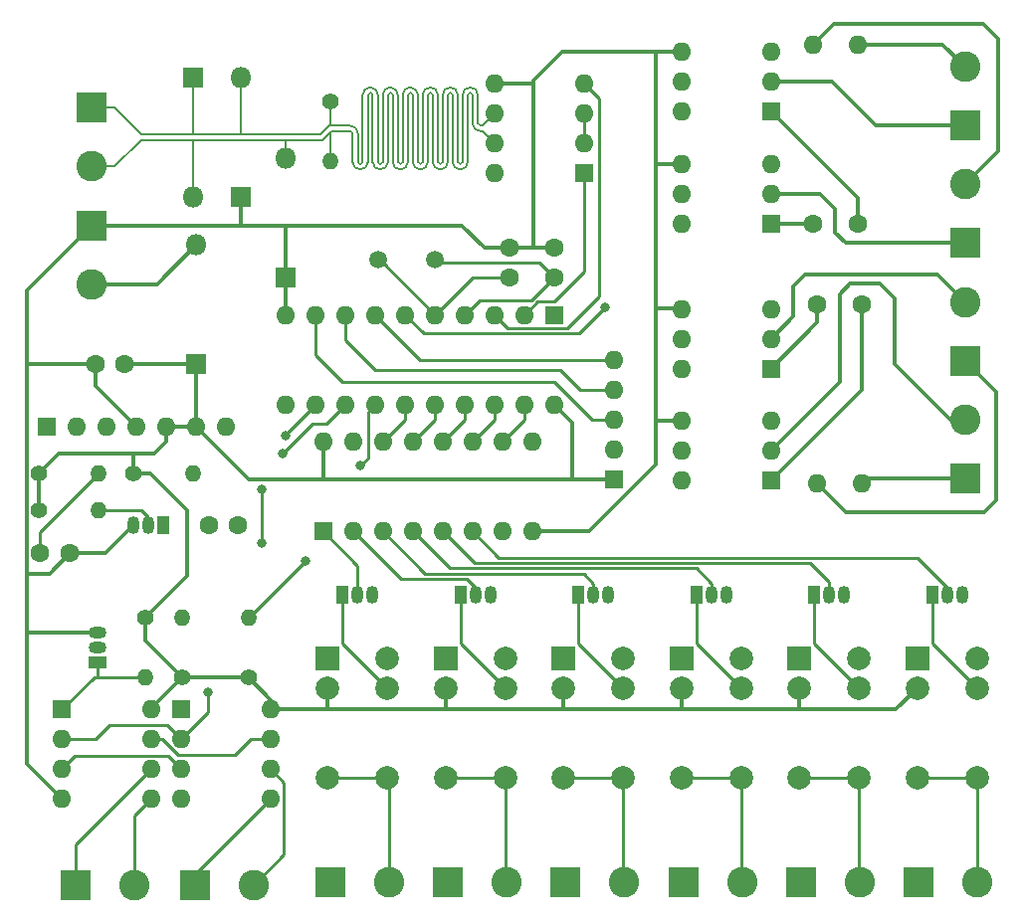
<source format=gbr>
%TF.GenerationSoftware,KiCad,Pcbnew,6.0.7*%
%TF.CreationDate,2022-09-29T13:58:53+02:00*%
%TF.ProjectId,HP_device,48505f64-6576-4696-9365-2e6b69636164,rev?*%
%TF.SameCoordinates,Original*%
%TF.FileFunction,Copper,L2,Bot*%
%TF.FilePolarity,Positive*%
%FSLAX46Y46*%
G04 Gerber Fmt 4.6, Leading zero omitted, Abs format (unit mm)*
G04 Created by KiCad (PCBNEW 6.0.7) date 2022-09-29 13:58:53*
%MOMM*%
%LPD*%
G01*
G04 APERTURE LIST*
%TA.AperFunction,ComponentPad*%
%ADD10R,1.600000X1.600000*%
%TD*%
%TA.AperFunction,ComponentPad*%
%ADD11O,1.600000X1.600000*%
%TD*%
%TA.AperFunction,ComponentPad*%
%ADD12C,1.600000*%
%TD*%
%TA.AperFunction,ComponentPad*%
%ADD13O,1.800000X1.800000*%
%TD*%
%TA.AperFunction,ComponentPad*%
%ADD14R,1.800000X1.800000*%
%TD*%
%TA.AperFunction,ComponentPad*%
%ADD15C,2.600000*%
%TD*%
%TA.AperFunction,ComponentPad*%
%ADD16R,2.600000X2.600000*%
%TD*%
%TA.AperFunction,ComponentPad*%
%ADD17O,1.400000X1.400000*%
%TD*%
%TA.AperFunction,ComponentPad*%
%ADD18C,1.400000*%
%TD*%
%TA.AperFunction,ComponentPad*%
%ADD19R,2.000000X2.000000*%
%TD*%
%TA.AperFunction,ComponentPad*%
%ADD20C,2.000000*%
%TD*%
%TA.AperFunction,ComponentPad*%
%ADD21R,1.500000X1.050000*%
%TD*%
%TA.AperFunction,ComponentPad*%
%ADD22O,1.500000X1.050000*%
%TD*%
%TA.AperFunction,ComponentPad*%
%ADD23O,1.050000X1.500000*%
%TD*%
%TA.AperFunction,ComponentPad*%
%ADD24R,1.050000X1.500000*%
%TD*%
%TA.AperFunction,ComponentPad*%
%ADD25C,1.500000*%
%TD*%
%TA.AperFunction,ViaPad*%
%ADD26C,0.800000*%
%TD*%
%TA.AperFunction,Conductor*%
%ADD27C,0.350000*%
%TD*%
%TA.AperFunction,Conductor*%
%ADD28C,0.250000*%
%TD*%
%TA.AperFunction,Conductor*%
%ADD29C,0.200000*%
%TD*%
G04 APERTURE END LIST*
D10*
%TO.P,U7,1*%
%TO.N,Net-(R3-Pad1)*%
X89535000Y-61722000D03*
D11*
%TO.P,U7,2*%
%TO.N,Net-(U7-Pad2)*%
X89535000Y-59182000D03*
%TO.P,U7,3,NC*%
%TO.N,unconnected-(U7-Pad3)*%
X89535000Y-56642000D03*
%TO.P,U7,4*%
%TO.N,GND*%
X81915000Y-56642000D03*
%TO.P,U7,5*%
%TO.N,/EHS*%
X81915000Y-59182000D03*
%TO.P,U7,6*%
%TO.N,unconnected-(U7-Pad6)*%
X81915000Y-61722000D03*
%TD*%
D12*
%TO.P,C3,2*%
%TO.N,GND*%
X32044000Y-51816000D03*
%TO.P,C3,1*%
%TO.N,+5V*%
X34544000Y-51816000D03*
%TD*%
D13*
%TO.P,D1,2,A*%
%TO.N,Net-(D1-Pad2)*%
X40640000Y-41656000D03*
D14*
%TO.P,D1,1,K*%
%TO.N,+5V*%
X40640000Y-51816000D03*
%TD*%
D13*
%TO.P,D2,2,A*%
%TO.N,/RS-*%
X40386000Y-37592000D03*
D14*
%TO.P,D2,1,K*%
%TO.N,/RS+*%
X40386000Y-27432000D03*
%TD*%
D13*
%TO.P,D3,2,A*%
%TO.N,/RS-*%
X48260000Y-34290000D03*
D14*
%TO.P,D3,1,K*%
%TO.N,GND*%
X48260000Y-44450000D03*
%TD*%
D15*
%TO.P,J1,2,Pin_2*%
%TO.N,/RS-*%
X31750000Y-35000000D03*
D16*
%TO.P,J1,1,Pin_1*%
%TO.N,/RS+*%
X31750000Y-30000000D03*
%TD*%
D15*
%TO.P,J2,2,Pin_2*%
%TO.N,Net-(D1-Pad2)*%
X31750000Y-45000000D03*
D16*
%TO.P,J2,1,Pin_1*%
%TO.N,GND*%
X31750000Y-40000000D03*
%TD*%
D11*
%TO.P,U5,8,VCC*%
%TO.N,+5V*%
X66040000Y-35560000D03*
%TO.P,U5,7,B*%
%TO.N,/RS-*%
X66040000Y-33020000D03*
%TO.P,U5,6,A*%
%TO.N,/RS+*%
X66040000Y-30480000D03*
%TO.P,U5,5,GND*%
%TO.N,GND*%
X66040000Y-27940000D03*
%TO.P,U5,4,D*%
%TO.N,TXD*%
X73660000Y-27940000D03*
%TO.P,U5,3,DE*%
%TO.N,DRIVE*%
X73660000Y-30480000D03*
%TO.P,U5,2,NRE*%
X73660000Y-33020000D03*
D10*
%TO.P,U5,1,R*%
%TO.N,RXD*%
X73660000Y-35560000D03*
%TD*%
D17*
%TO.P,R8,2*%
%TO.N,/RS-*%
X52070000Y-34544000D03*
D18*
%TO.P,R8,1*%
%TO.N,/RS+*%
X52070000Y-29464000D03*
%TD*%
D13*
%TO.P,D4,2,A*%
%TO.N,/RS+*%
X44450000Y-27432000D03*
D14*
%TO.P,D4,1,K*%
%TO.N,GND*%
X44450000Y-37592000D03*
%TD*%
D12*
%TO.P,C1,1*%
%TO.N,Net-(C1-Pad1)*%
X67310000Y-44410000D03*
%TO.P,C1,2*%
%TO.N,GND*%
X67310000Y-41910000D03*
%TD*%
%TO.P,C2,1*%
%TO.N,Net-(C2-Pad1)*%
X71120000Y-44410000D03*
%TO.P,C2,2*%
%TO.N,GND*%
X71120000Y-41910000D03*
%TD*%
D15*
%TO.P,J3,2,Pin_2*%
%TO.N,Net-(U6-Pad2)*%
X106045000Y-46515000D03*
D16*
%TO.P,J3,1,Pin_1*%
%TO.N,Net-(R2-Pad2)*%
X106045000Y-51515000D03*
%TD*%
D15*
%TO.P,J4,2,Pin_2*%
%TO.N,Net-(U7-Pad2)*%
X106045000Y-56515000D03*
D16*
%TO.P,J4,1,Pin_1*%
%TO.N,Net-(R3-Pad2)*%
X106045000Y-61515000D03*
%TD*%
D15*
%TO.P,J5,2,Pin_2*%
%TO.N,Net-(J5-Pad2)*%
X106045000Y-36515000D03*
D16*
%TO.P,J5,1,Pin_1*%
%TO.N,Net-(J5-Pad1)*%
X106045000Y-41515000D03*
%TD*%
D15*
%TO.P,J6,2,Pin_2*%
%TO.N,Net-(J6-Pad2)*%
X106045000Y-26515000D03*
D16*
%TO.P,J6,1,Pin_1*%
%TO.N,Net-(J6-Pad1)*%
X106045000Y-31515000D03*
%TD*%
%TO.P,J7,1,Pin_1*%
%TO.N,Net-(U2-Pad6)*%
X30395000Y-96135000D03*
D15*
%TO.P,J7,2,Pin_2*%
%TO.N,Net-(U2-Pad5)*%
X35395000Y-96135000D03*
%TD*%
D16*
%TO.P,J8,1,Pin_1*%
%TO.N,Net-(J8-Pad1)*%
X40555000Y-96135000D03*
D15*
%TO.P,J8,2,Pin_2*%
%TO.N,Net-(J8-Pad2)*%
X45555000Y-96135000D03*
%TD*%
D16*
%TO.P,J9,1,Pin_1*%
%TO.N,/DHWA*%
X52070000Y-95885000D03*
D15*
%TO.P,J9,2,Pin_2*%
%TO.N,/DHWB*%
X57070000Y-95885000D03*
%TD*%
D16*
%TO.P,J10,1,Pin_1*%
%TO.N,/ONA*%
X62070000Y-95885000D03*
D15*
%TO.P,J10,2,Pin_2*%
%TO.N,/ONB*%
X67070000Y-95885000D03*
%TD*%
D16*
%TO.P,J11,1,Pin_1*%
%TO.N,/DSETA*%
X72070000Y-95885000D03*
D15*
%TO.P,J11,2,Pin_2*%
%TO.N,/DSETB*%
X77070000Y-95885000D03*
%TD*%
D16*
%TO.P,J12,1,Pin_1*%
%TO.N,/OPMA*%
X82070000Y-95885000D03*
D15*
%TO.P,J12,2,Pin_2*%
%TO.N,/OPMB*%
X87070000Y-95885000D03*
%TD*%
D16*
%TO.P,J13,1,Pin_1*%
%TO.N,/NOCA*%
X92070000Y-95885000D03*
D15*
%TO.P,J13,2,Pin_2*%
%TO.N,/NOCB*%
X97070000Y-95885000D03*
%TD*%
D16*
%TO.P,J14,1,Pin_1*%
%TO.N,/LTA*%
X102070000Y-95885000D03*
D15*
%TO.P,J14,2,Pin_2*%
%TO.N,/LTB*%
X107070000Y-95885000D03*
%TD*%
D19*
%TO.P,K1,1*%
%TO.N,unconnected-(K1-Pad1)*%
X51825000Y-76835000D03*
D20*
%TO.P,K1,2*%
%TO.N,+5V*%
X51825000Y-79375000D03*
%TO.P,K1,5*%
%TO.N,/DHWB*%
X51825000Y-86995000D03*
%TO.P,K1,6*%
X56905000Y-86995000D03*
%TO.P,K1,9*%
%TO.N,/C_DHW*%
X56905000Y-79375000D03*
%TO.P,K1,10*%
%TO.N,/DHWA*%
X56905000Y-76835000D03*
%TD*%
D19*
%TO.P,K2,1*%
%TO.N,unconnected-(K2-Pad1)*%
X61858000Y-76835000D03*
D20*
%TO.P,K2,2*%
%TO.N,+5V*%
X61858000Y-79375000D03*
%TO.P,K2,5*%
%TO.N,/ONB*%
X61858000Y-86995000D03*
%TO.P,K2,6*%
X66938000Y-86995000D03*
%TO.P,K2,9*%
%TO.N,/C_ON*%
X66938000Y-79375000D03*
%TO.P,K2,10*%
%TO.N,/ONA*%
X66938000Y-76835000D03*
%TD*%
D19*
%TO.P,K3,1*%
%TO.N,unconnected-(K3-Pad1)*%
X71891000Y-76835000D03*
D20*
%TO.P,K3,2*%
%TO.N,+5V*%
X71891000Y-79375000D03*
%TO.P,K3,5*%
%TO.N,/DSETB*%
X71891000Y-86995000D03*
%TO.P,K3,6*%
X76971000Y-86995000D03*
%TO.P,K3,9*%
%TO.N,/C_DSET*%
X76971000Y-79375000D03*
%TO.P,K3,10*%
%TO.N,/DSETA*%
X76971000Y-76835000D03*
%TD*%
D19*
%TO.P,K4,1*%
%TO.N,unconnected-(K4-Pad1)*%
X81924000Y-76835000D03*
D20*
%TO.P,K4,2*%
%TO.N,+5V*%
X81924000Y-79375000D03*
%TO.P,K4,5*%
%TO.N,/OPMB*%
X81924000Y-86995000D03*
%TO.P,K4,6*%
X87004000Y-86995000D03*
%TO.P,K4,9*%
%TO.N,/C_OPM*%
X87004000Y-79375000D03*
%TO.P,K4,10*%
%TO.N,/OPMA*%
X87004000Y-76835000D03*
%TD*%
D19*
%TO.P,K5,1*%
%TO.N,unconnected-(K5-Pad1)*%
X91957000Y-76835000D03*
D20*
%TO.P,K5,2*%
%TO.N,+5V*%
X91957000Y-79375000D03*
%TO.P,K5,5*%
%TO.N,/NOCB*%
X91957000Y-86995000D03*
%TO.P,K5,6*%
X97037000Y-86995000D03*
%TO.P,K5,9*%
%TO.N,/C_NOC*%
X97037000Y-79375000D03*
%TO.P,K5,10*%
%TO.N,/NOCA*%
X97037000Y-76835000D03*
%TD*%
D19*
%TO.P,K6,1*%
%TO.N,unconnected-(K6-Pad1)*%
X101990000Y-76835000D03*
D20*
%TO.P,K6,2*%
%TO.N,+5V*%
X101990000Y-79375000D03*
%TO.P,K6,5*%
%TO.N,/LTB*%
X101990000Y-86995000D03*
%TO.P,K6,6*%
X107070000Y-86995000D03*
%TO.P,K6,9*%
%TO.N,/C_LT*%
X107070000Y-79375000D03*
%TO.P,K6,10*%
%TO.N,/LTA*%
X107070000Y-76835000D03*
%TD*%
D21*
%TO.P,Q1,1,D*%
%TO.N,Net-(Q1-Pad1)*%
X32227500Y-77216000D03*
D22*
%TO.P,Q1,2,G*%
%TO.N,/W_CSEL*%
X32227500Y-75946000D03*
%TO.P,Q1,3,S*%
%TO.N,GND*%
X32227500Y-74676000D03*
%TD*%
D23*
%TO.P,Q2,3,S*%
%TO.N,GND*%
X55635000Y-71480000D03*
%TO.P,Q2,2,G*%
%TO.N,/DHW*%
X54365000Y-71480000D03*
D24*
%TO.P,Q2,1,D*%
%TO.N,/C_DHW*%
X53095000Y-71480000D03*
%TD*%
%TO.P,Q3,1,D*%
%TO.N,/C_ON*%
X63128000Y-71480000D03*
D23*
%TO.P,Q3,2,G*%
%TO.N,/ON*%
X64398000Y-71480000D03*
%TO.P,Q3,3,S*%
%TO.N,GND*%
X65668000Y-71480000D03*
%TD*%
D24*
%TO.P,Q4,1,D*%
%TO.N,/C_DSET*%
X73161000Y-71480000D03*
D23*
%TO.P,Q4,2,G*%
%TO.N,/DSET*%
X74431000Y-71480000D03*
%TO.P,Q4,3,S*%
%TO.N,GND*%
X75701000Y-71480000D03*
%TD*%
D24*
%TO.P,Q5,1,D*%
%TO.N,/C_OPM*%
X83194000Y-71480000D03*
D23*
%TO.P,Q5,2,G*%
%TO.N,/OPM*%
X84464000Y-71480000D03*
%TO.P,Q5,3,S*%
%TO.N,GND*%
X85734000Y-71480000D03*
%TD*%
D24*
%TO.P,Q6,1,D*%
%TO.N,/C_NOC*%
X93227000Y-71480000D03*
D23*
%TO.P,Q6,2,G*%
%TO.N,/NOC*%
X94497000Y-71480000D03*
%TO.P,Q6,3,S*%
%TO.N,GND*%
X95767000Y-71480000D03*
%TD*%
D24*
%TO.P,Q7,1,D*%
%TO.N,/C_LT*%
X103260000Y-71480000D03*
D23*
%TO.P,Q7,2,G*%
%TO.N,/LT*%
X104530000Y-71480000D03*
%TO.P,Q7,3,S*%
%TO.N,GND*%
X105800000Y-71480000D03*
%TD*%
D18*
%TO.P,R1,1*%
%TO.N,+5V*%
X36322000Y-73406000D03*
D17*
%TO.P,R1,2*%
%TO.N,Net-(Q1-Pad1)*%
X36322000Y-78486000D03*
%TD*%
D12*
%TO.P,R2,1*%
%TO.N,Net-(R2-Pad1)*%
X93472000Y-46736000D03*
D11*
%TO.P,R2,2*%
%TO.N,Net-(R2-Pad2)*%
X93472000Y-61976000D03*
%TD*%
%TO.P,R3,2*%
%TO.N,Net-(R3-Pad2)*%
X97282000Y-61976000D03*
D12*
%TO.P,R3,1*%
%TO.N,Net-(R3-Pad1)*%
X97282000Y-46736000D03*
%TD*%
D11*
%TO.P,R4,2*%
%TO.N,Net-(J5-Pad2)*%
X93095000Y-24630000D03*
D12*
%TO.P,R4,1*%
%TO.N,Net-(R4-Pad1)*%
X93095000Y-39870000D03*
%TD*%
D11*
%TO.P,R5,2*%
%TO.N,Net-(J6-Pad2)*%
X96905000Y-24630000D03*
D12*
%TO.P,R5,1*%
%TO.N,Net-(R5-Pad1)*%
X96905000Y-39870000D03*
%TD*%
D18*
%TO.P,R6,1*%
%TO.N,+5V*%
X45075500Y-78486000D03*
D17*
%TO.P,R6,2*%
%TO.N,/SERDATA*%
X45075500Y-73406000D03*
%TD*%
D18*
%TO.P,R7,1*%
%TO.N,+5V*%
X39456500Y-78486000D03*
D17*
%TO.P,R7,2*%
%TO.N,/W_CSEL*%
X39456500Y-73406000D03*
%TD*%
D10*
%TO.P,RN1,1,common*%
%TO.N,+5V*%
X76200000Y-61595000D03*
D11*
%TO.P,RN1,2,R1*%
%TO.N,/EHS*%
X76200000Y-59055000D03*
%TO.P,RN1,3,R2*%
%TO.N,/MODE*%
X76200000Y-56515000D03*
%TO.P,RN1,4,R3*%
%TO.N,/BCKUP*%
X76200000Y-53975000D03*
%TO.P,RN1,5,R4*%
%TO.N,/ALARM*%
X76200000Y-51435000D03*
%TD*%
D10*
%TO.P,U1,1,RST/VPP*%
%TO.N,Net-(Q8-Pad1)*%
X71120000Y-47625000D03*
D11*
%TO.P,U1,2,P3.0*%
%TO.N,RXD*%
X68580000Y-47625000D03*
%TO.P,U1,3,P3.1*%
%TO.N,TXD*%
X66040000Y-47625000D03*
%TO.P,U1,4,XTAL2*%
%TO.N,Net-(C2-Pad1)*%
X63500000Y-47625000D03*
%TO.P,U1,5,XTAL1*%
%TO.N,Net-(C1-Pad1)*%
X60960000Y-47625000D03*
%TO.P,U1,6,P3.2*%
%TO.N,DRIVE*%
X58420000Y-47625000D03*
%TO.P,U1,7,P3.3*%
%TO.N,/ALARM*%
X55880000Y-47625000D03*
%TO.P,U1,8,P3.4*%
%TO.N,/BCKUP*%
X53340000Y-47625000D03*
%TO.P,U1,9,P3.5*%
%TO.N,/MODE*%
X50800000Y-47625000D03*
%TO.P,U1,10,GND*%
%TO.N,GND*%
X48260000Y-47625000D03*
%TO.P,U1,11,P3.7*%
%TO.N,/EHS*%
X48260000Y-55245000D03*
%TO.P,U1,12,P1.0*%
%TO.N,/W_CSEL*%
X50800000Y-55245000D03*
%TO.P,U1,13,P1.1*%
%TO.N,/W_SCK*%
X53340000Y-55245000D03*
%TO.P,U1,14,P1.2*%
%TO.N,/W_SDO*%
X55880000Y-55245000D03*
%TO.P,U1,15,P1.3*%
%TO.N,/SERDATA*%
X58420000Y-55245000D03*
%TO.P,U1,16,P1.4*%
%TO.N,/NOE*%
X60960000Y-55245000D03*
%TO.P,U1,17,P1.5*%
%TO.N,/STCP*%
X63500000Y-55245000D03*
%TO.P,U1,18,P1.6*%
%TO.N,/SHCP*%
X66040000Y-55245000D03*
%TO.P,U1,19,P1.7*%
%TO.N,/NMR*%
X68580000Y-55245000D03*
%TO.P,U1,20,VCC*%
%TO.N,+5V*%
X71120000Y-55245000D03*
%TD*%
D10*
%TO.P,U2,1,~{CS}*%
%TO.N,Net-(Q1-Pad1)*%
X29210000Y-81225000D03*
D11*
%TO.P,U2,2,SCK*%
%TO.N,/W_SCK*%
X29210000Y-83765000D03*
%TO.P,U2,3,SDI*%
%TO.N,/SERDATA*%
X29210000Y-86305000D03*
%TO.P,U2,4,VSS*%
%TO.N,GND*%
X29210000Y-88845000D03*
%TO.P,U2,5,P0W*%
%TO.N,Net-(U2-Pad5)*%
X36830000Y-88845000D03*
%TO.P,U2,6,P0B*%
%TO.N,Net-(U2-Pad6)*%
X36830000Y-86305000D03*
%TO.P,U2,7,SDO*%
%TO.N,/W_SDO*%
X36830000Y-83765000D03*
%TO.P,U2,8,VDD*%
%TO.N,+5V*%
X36830000Y-81225000D03*
%TD*%
%TO.P,U3,8,VDD*%
%TO.N,+5V*%
X46990000Y-81225000D03*
%TO.P,U3,7,SDO*%
%TO.N,/W_SDO*%
X46990000Y-83765000D03*
%TO.P,U3,6,P0B*%
%TO.N,Net-(J8-Pad2)*%
X46990000Y-86305000D03*
%TO.P,U3,5,P0W*%
%TO.N,Net-(J8-Pad1)*%
X46990000Y-88845000D03*
%TO.P,U3,4,VSS*%
%TO.N,GND*%
X39370000Y-88845000D03*
%TO.P,U3,3,SDI*%
%TO.N,/SERDATA*%
X39370000Y-86305000D03*
%TO.P,U3,2,SCK*%
%TO.N,/W_SCK*%
X39370000Y-83765000D03*
D10*
%TO.P,U3,1,~{CS}*%
%TO.N,/W_CSEL*%
X39370000Y-81225000D03*
%TD*%
%TO.P,U4,1,QB*%
%TO.N,/DHW*%
X51435000Y-66040000D03*
D11*
%TO.P,U4,2,QC*%
%TO.N,/ON*%
X53975000Y-66040000D03*
%TO.P,U4,3,QD*%
%TO.N,/DSET*%
X56515000Y-66040000D03*
%TO.P,U4,4,QE*%
%TO.N,/OPM*%
X59055000Y-66040000D03*
%TO.P,U4,5,QF*%
%TO.N,/NOC*%
X61595000Y-66040000D03*
%TO.P,U4,6,QG*%
%TO.N,/LT*%
X64135000Y-66040000D03*
%TO.P,U4,7,QH*%
%TO.N,unconnected-(U4-Pad7)*%
X66675000Y-66040000D03*
%TO.P,U4,8,GND*%
%TO.N,GND*%
X69215000Y-66040000D03*
%TO.P,U4,9,QH'*%
%TO.N,unconnected-(U4-Pad9)*%
X69215000Y-58420000D03*
%TO.P,U4,10,~{SRCLR}*%
%TO.N,/NMR*%
X66675000Y-58420000D03*
%TO.P,U4,11,SRCLK*%
%TO.N,/SHCP*%
X64135000Y-58420000D03*
%TO.P,U4,12,RCLK*%
%TO.N,/STCP*%
X61595000Y-58420000D03*
%TO.P,U4,13,~{OE}*%
%TO.N,/NOE*%
X59055000Y-58420000D03*
%TO.P,U4,14,SER*%
%TO.N,/SERDATA*%
X56515000Y-58420000D03*
%TO.P,U4,15,QA*%
%TO.N,WD*%
X53975000Y-58420000D03*
%TO.P,U4,16,VCC*%
%TO.N,+5V*%
X51435000Y-58420000D03*
%TD*%
%TO.P,U6,6*%
%TO.N,unconnected-(U6-Pad6)*%
X81915000Y-52197000D03*
%TO.P,U6,5*%
%TO.N,/MODE*%
X81915000Y-49657000D03*
%TO.P,U6,4*%
%TO.N,GND*%
X81915000Y-47117000D03*
%TO.P,U6,3,NC*%
%TO.N,unconnected-(U6-Pad3)*%
X89535000Y-47117000D03*
%TO.P,U6,2*%
%TO.N,Net-(U6-Pad2)*%
X89535000Y-49657000D03*
D10*
%TO.P,U6,1*%
%TO.N,Net-(R2-Pad1)*%
X89535000Y-52197000D03*
%TD*%
D11*
%TO.P,U8,6*%
%TO.N,unconnected-(U8-Pad6)*%
X81915000Y-39850000D03*
%TO.P,U8,5*%
%TO.N,/BCKUP*%
X81915000Y-37310000D03*
%TO.P,U8,4*%
%TO.N,GND*%
X81915000Y-34770000D03*
%TO.P,U8,3,NC*%
%TO.N,unconnected-(U8-Pad3)*%
X89535000Y-34770000D03*
%TO.P,U8,2*%
%TO.N,Net-(J5-Pad1)*%
X89535000Y-37310000D03*
D10*
%TO.P,U8,1*%
%TO.N,Net-(R4-Pad1)*%
X89535000Y-39850000D03*
%TD*%
D11*
%TO.P,U9,6*%
%TO.N,unconnected-(U9-Pad6)*%
X81915000Y-30325000D03*
%TO.P,U9,5*%
%TO.N,/ALARM*%
X81915000Y-27785000D03*
%TO.P,U9,4*%
%TO.N,GND*%
X81915000Y-25245000D03*
%TO.P,U9,3,NC*%
%TO.N,unconnected-(U9-Pad3)*%
X89535000Y-25245000D03*
%TO.P,U9,2*%
%TO.N,Net-(J6-Pad1)*%
X89535000Y-27785000D03*
D10*
%TO.P,U9,1*%
%TO.N,Net-(R5-Pad1)*%
X89535000Y-30325000D03*
%TD*%
D25*
%TO.P,Y1,1,1*%
%TO.N,Net-(C1-Pad1)*%
X56080000Y-42926000D03*
%TO.P,Y1,2,2*%
%TO.N,Net-(C2-Pad1)*%
X60960000Y-42926000D03*
%TD*%
D12*
%TO.P,C4,1*%
%TO.N,WD*%
X44196000Y-65532000D03*
%TO.P,C4,2*%
%TO.N,Net-(C4-Pad2)*%
X41696000Y-65532000D03*
%TD*%
%TO.P,C5,1*%
%TO.N,Net-(C5-Pad1)*%
X27370000Y-67920000D03*
%TO.P,C5,2*%
%TO.N,GND*%
X29870000Y-67920000D03*
%TD*%
D18*
%TO.P,R10,1*%
%TO.N,+5V*%
X27270000Y-64270000D03*
D17*
%TO.P,R10,2*%
%TO.N,Net-(Q8-Pad2)*%
X32350000Y-64270000D03*
%TD*%
D24*
%TO.P,Q8,1,D*%
%TO.N,Net-(Q8-Pad1)*%
X37846000Y-65532000D03*
D23*
%TO.P,Q8,2,G*%
%TO.N,Net-(Q8-Pad2)*%
X36576000Y-65532000D03*
%TO.P,Q8,3,S*%
%TO.N,GND*%
X35306000Y-65532000D03*
%TD*%
D18*
%TO.P,R9,1*%
%TO.N,+5V*%
X27270000Y-61120000D03*
D17*
%TO.P,R9,2*%
%TO.N,Net-(C5-Pad1)*%
X32350000Y-61120000D03*
%TD*%
D10*
%TO.P,U10,1,WD*%
%TO.N,Net-(C4-Pad2)*%
X27940000Y-57150000D03*
D11*
%TO.P,U10,2,TC*%
%TO.N,Net-(C5-Pad1)*%
X30480000Y-57150000D03*
%TO.P,U10,3,RST*%
%TO.N,Net-(Q8-Pad2)*%
X33020000Y-57150000D03*
%TO.P,U10,4,GND*%
%TO.N,GND*%
X35560000Y-57150000D03*
%TO.P,U10,5,ADJ*%
%TO.N,+5V*%
X38100000Y-57150000D03*
%TO.P,U10,6,VCC*%
X40640000Y-57150000D03*
%TO.P,U10,7,RST2*%
%TO.N,unconnected-(U10-Pad7)*%
X43180000Y-57150000D03*
%TD*%
D18*
%TO.P,R11,1*%
%TO.N,+5V*%
X35300000Y-61120000D03*
D17*
%TO.P,R11,2*%
%TO.N,Net-(Q8-Pad1)*%
X40380000Y-61120000D03*
%TD*%
D26*
%TO.N,/SERDATA*%
X49911000Y-68580000D03*
%TO.N,/W_SDO*%
X54610000Y-60452000D03*
%TO.N,/W_SCK*%
X48006000Y-59423500D03*
X46228000Y-67056000D03*
X41656000Y-79756000D03*
X46228000Y-62484000D03*
%TO.N,/W_CSEL*%
X48260000Y-57912000D03*
%TO.N,DRIVE*%
X75438000Y-46990000D03*
%TD*%
D27*
%TO.N,Net-(U7-Pad2)*%
X89535000Y-59182000D02*
X95377000Y-53340000D01*
X95377000Y-53340000D02*
X95377000Y-45847000D01*
X95377000Y-45847000D02*
X96266000Y-44958000D01*
X96266000Y-44958000D02*
X98806000Y-44958000D01*
X98806000Y-44958000D02*
X100076000Y-46228000D01*
X100076000Y-51816000D02*
X104775000Y-56515000D01*
X100076000Y-46228000D02*
X100076000Y-51816000D01*
X104775000Y-56515000D02*
X106045000Y-56515000D01*
%TO.N,Net-(R2-Pad1)*%
X93472000Y-46736000D02*
X93472000Y-48260000D01*
X93472000Y-48260000D02*
X89535000Y-52197000D01*
%TO.N,Net-(U6-Pad2)*%
X89535000Y-49657000D02*
X91440000Y-47752000D01*
X92456000Y-44196000D02*
X103726000Y-44196000D01*
X91440000Y-47752000D02*
X91440000Y-45212000D01*
X91440000Y-45212000D02*
X92456000Y-44196000D01*
X103726000Y-44196000D02*
X106045000Y-46515000D01*
%TO.N,Net-(R3-Pad1)*%
X97282000Y-46736000D02*
X97282000Y-53975000D01*
X97282000Y-53975000D02*
X89535000Y-61722000D01*
D28*
%TO.N,/MODE*%
X76200000Y-56515000D02*
X74295000Y-56515000D01*
X74295000Y-56515000D02*
X71120000Y-53340000D01*
D27*
%TO.N,GND*%
X82296000Y-56614000D02*
X79855000Y-56614000D01*
%TO.N,Net-(R3-Pad2)*%
X106045000Y-61515000D02*
X97743000Y-61515000D01*
X97743000Y-61515000D02*
X97282000Y-61976000D01*
%TO.N,Net-(R2-Pad2)*%
X107696000Y-64389000D02*
X108712000Y-63373000D01*
X93472000Y-61976000D02*
X95885000Y-64389000D01*
X95885000Y-64389000D02*
X107696000Y-64389000D01*
X108712000Y-63373000D02*
X108712000Y-54182000D01*
X108712000Y-54182000D02*
X106045000Y-51515000D01*
%TO.N,GND*%
X79756000Y-49276000D02*
X79756000Y-56515000D01*
X79756000Y-56515000D02*
X79756000Y-58928000D01*
X79855000Y-56614000D02*
X79756000Y-56515000D01*
X79756000Y-35052000D02*
X79756000Y-46990000D01*
X79756000Y-46990000D02*
X79756000Y-49276000D01*
X82296000Y-47089000D02*
X79855000Y-47089000D01*
X79855000Y-47089000D02*
X79756000Y-46990000D01*
X81915000Y-34770000D02*
X79784000Y-34770000D01*
%TO.N,Net-(J5-Pad1)*%
X94996000Y-40640000D02*
X94996000Y-38608000D01*
X106045000Y-41515000D02*
X95871000Y-41515000D01*
X95871000Y-41515000D02*
X94996000Y-40640000D01*
X94996000Y-38608000D02*
X93698000Y-37310000D01*
X93698000Y-37310000D02*
X89535000Y-37310000D01*
%TO.N,Net-(R4-Pad1)*%
X93095000Y-39870000D02*
X89555000Y-39870000D01*
X89555000Y-39870000D02*
X89535000Y-39850000D01*
%TO.N,Net-(R5-Pad1)*%
X96905000Y-39870000D02*
X96905000Y-37695000D01*
X96905000Y-37695000D02*
X89535000Y-30325000D01*
%TO.N,Net-(J5-Pad2)*%
X108839000Y-24130000D02*
X107569000Y-22860000D01*
X106045000Y-36515000D02*
X108839000Y-33721000D01*
X108839000Y-33721000D02*
X108839000Y-24130000D01*
X107569000Y-22860000D02*
X94865000Y-22860000D01*
X94865000Y-22860000D02*
X93095000Y-24630000D01*
%TO.N,Net-(J6-Pad1)*%
X106045000Y-31515000D02*
X98444000Y-31515000D01*
X98444000Y-31515000D02*
X94714000Y-27785000D01*
X94714000Y-27785000D02*
X89535000Y-27785000D01*
%TO.N,Net-(J6-Pad2)*%
X106045000Y-26515000D02*
X104160000Y-24630000D01*
X104160000Y-24630000D02*
X96905000Y-24630000D01*
D28*
%TO.N,/SERDATA*%
X49403000Y-69088000D02*
X49911000Y-68580000D01*
X49393500Y-69088000D02*
X49403000Y-69088000D01*
X49393500Y-69088000D02*
X45075500Y-73406000D01*
%TO.N,/W_SDO*%
X55880000Y-55245000D02*
X55245000Y-55880000D01*
X55245000Y-55880000D02*
X55245000Y-59817000D01*
X55245000Y-59817000D02*
X54610000Y-60452000D01*
D27*
%TO.N,+5V*%
X72644000Y-56769000D02*
X72644000Y-61468000D01*
X71120000Y-55245000D02*
X72644000Y-56769000D01*
X76200000Y-61595000D02*
X51435000Y-61595000D01*
X51435000Y-61595000D02*
X45085000Y-61595000D01*
X51435000Y-58420000D02*
X51435000Y-61595000D01*
X45085000Y-61595000D02*
X40640000Y-57150000D01*
D28*
%TO.N,/W_SDO*%
X39104009Y-85090000D02*
X43942000Y-85090000D01*
X36830000Y-83765000D02*
X37779009Y-83765000D01*
X37779009Y-83765000D02*
X39104009Y-85090000D01*
X43942000Y-85090000D02*
X45267000Y-83765000D01*
X45267000Y-83765000D02*
X46990000Y-83765000D01*
%TO.N,/W_SCK*%
X48018500Y-59423500D02*
X50546000Y-56896000D01*
X50546000Y-56896000D02*
X51689000Y-56896000D01*
X41656000Y-81479000D02*
X41656000Y-79756000D01*
X39370000Y-83765000D02*
X41656000Y-81479000D01*
X46228000Y-67056000D02*
X46228000Y-62484000D01*
X48006000Y-59423500D02*
X48018500Y-59423500D01*
X51689000Y-56896000D02*
X53340000Y-55245000D01*
X32059000Y-83765000D02*
X33274000Y-82550000D01*
X29210000Y-83765000D02*
X32059000Y-83765000D01*
X33274000Y-82550000D02*
X38155000Y-82550000D01*
X38155000Y-82550000D02*
X39370000Y-83765000D01*
%TO.N,/W_CSEL*%
X48260000Y-57785000D02*
X48260000Y-57912000D01*
X50800000Y-55245000D02*
X48260000Y-57785000D01*
%TO.N,/SERDATA*%
X58420000Y-55245000D02*
X58420000Y-56515000D01*
X58420000Y-56515000D02*
X56515000Y-58420000D01*
%TO.N,Net-(Q1-Pad1)*%
X36322000Y-78486000D02*
X32258000Y-78486000D01*
X32258000Y-78486000D02*
X31949000Y-78486000D01*
X32227500Y-77216000D02*
X32227500Y-78455500D01*
X32227500Y-78455500D02*
X32258000Y-78486000D01*
X31949000Y-78486000D02*
X29210000Y-81225000D01*
%TO.N,/SERDATA*%
X29210000Y-86305000D02*
X30335000Y-85180000D01*
X30335000Y-85180000D02*
X38245000Y-85180000D01*
X38245000Y-85180000D02*
X39370000Y-86305000D01*
%TO.N,Net-(U2-Pad5)*%
X35395000Y-96135000D02*
X35395000Y-90280000D01*
X35395000Y-90280000D02*
X36830000Y-88845000D01*
%TO.N,Net-(U2-Pad6)*%
X30395000Y-96135000D02*
X30395000Y-92740000D01*
X30395000Y-92740000D02*
X36830000Y-86305000D01*
%TO.N,Net-(J8-Pad2)*%
X45555000Y-96135000D02*
X48115000Y-93575000D01*
X48115000Y-93575000D02*
X48115000Y-87430000D01*
X48115000Y-87430000D02*
X46990000Y-86305000D01*
%TO.N,Net-(J8-Pad1)*%
X40555000Y-96135000D02*
X40555000Y-95280000D01*
X40555000Y-95280000D02*
X46990000Y-88845000D01*
%TO.N,/C_DHW*%
X53095000Y-71480000D02*
X53095000Y-75565000D01*
X53095000Y-75565000D02*
X56905000Y-79375000D01*
%TO.N,/C_ON*%
X63128000Y-71480000D02*
X63128000Y-75565000D01*
X63128000Y-75565000D02*
X66938000Y-79375000D01*
%TO.N,/C_DSET*%
X76971000Y-79375000D02*
X73161000Y-75565000D01*
X73161000Y-75565000D02*
X73161000Y-71480000D01*
%TO.N,/C_OPM*%
X87004000Y-79375000D02*
X83194000Y-75565000D01*
X83194000Y-75565000D02*
X83194000Y-71480000D01*
%TO.N,/C_NOC*%
X97037000Y-79375000D02*
X93227000Y-75565000D01*
X93227000Y-75565000D02*
X93227000Y-71480000D01*
%TO.N,/C_LT*%
X107070000Y-79375000D02*
X103260000Y-75565000D01*
X103260000Y-75565000D02*
X103260000Y-71480000D01*
%TO.N,/LTB*%
X107070000Y-86995000D02*
X107070000Y-95885000D01*
X101990000Y-86995000D02*
X107070000Y-86995000D01*
%TO.N,/NOCB*%
X97037000Y-86995000D02*
X97037000Y-95852000D01*
X97037000Y-95852000D02*
X97070000Y-95885000D01*
X91957000Y-86995000D02*
X97037000Y-86995000D01*
%TO.N,/OPMB*%
X87004000Y-86995000D02*
X87004000Y-95819000D01*
X87004000Y-95819000D02*
X87070000Y-95885000D01*
X81924000Y-86995000D02*
X87004000Y-86995000D01*
%TO.N,/DSETB*%
X76971000Y-86995000D02*
X76971000Y-95786000D01*
X76971000Y-95786000D02*
X77070000Y-95885000D01*
X71891000Y-86995000D02*
X76971000Y-86995000D01*
%TO.N,/DHWB*%
X51825000Y-86995000D02*
X56905000Y-86995000D01*
X57070000Y-95885000D02*
X57070000Y-87160000D01*
X57070000Y-87160000D02*
X56905000Y-86995000D01*
%TO.N,/ONB*%
X66938000Y-86995000D02*
X66938000Y-95753000D01*
X66938000Y-95753000D02*
X67070000Y-95885000D01*
X61858000Y-86995000D02*
X66938000Y-86995000D01*
%TO.N,/LT*%
X64135000Y-66040000D02*
X66399000Y-68304000D01*
X66399000Y-68304000D02*
X102009000Y-68304000D01*
X102009000Y-68304000D02*
X104530000Y-70825000D01*
X104530000Y-70825000D02*
X104530000Y-71480000D01*
%TO.N,/NOC*%
X61595000Y-66040000D02*
X64309000Y-68754000D01*
X64309000Y-68754000D02*
X92884000Y-68754000D01*
X92884000Y-68754000D02*
X94497000Y-70367000D01*
X94497000Y-70367000D02*
X94497000Y-71480000D01*
%TO.N,/OPM*%
X59055000Y-66040000D02*
X62219000Y-69204000D01*
X84464000Y-70480000D02*
X84464000Y-71480000D01*
X62219000Y-69204000D02*
X83188000Y-69204000D01*
X83188000Y-69204000D02*
X84464000Y-70480000D01*
%TO.N,/DSET*%
X56515000Y-66040000D02*
X60129000Y-69654000D01*
X60129000Y-69654000D02*
X73605000Y-69654000D01*
X73605000Y-69654000D02*
X74431000Y-70480000D01*
X74431000Y-70480000D02*
X74431000Y-71480000D01*
%TO.N,/ON*%
X53975000Y-66040000D02*
X58039000Y-70104000D01*
X58039000Y-70104000D02*
X63677000Y-70104000D01*
X63677000Y-70104000D02*
X64398000Y-70825000D01*
X64398000Y-70825000D02*
X64398000Y-71480000D01*
%TO.N,/DHW*%
X51435000Y-66040000D02*
X54365000Y-68970000D01*
X54365000Y-68970000D02*
X54365000Y-71480000D01*
%TO.N,/NOE*%
X60960000Y-55245000D02*
X60960000Y-56515000D01*
X60960000Y-56515000D02*
X59055000Y-58420000D01*
%TO.N,/STCP*%
X63500000Y-55245000D02*
X63500000Y-56515000D01*
X63500000Y-56515000D02*
X61595000Y-58420000D01*
%TO.N,/SHCP*%
X66040000Y-55245000D02*
X66040000Y-56515000D01*
X66040000Y-56515000D02*
X64135000Y-58420000D01*
%TO.N,/NMR*%
X68580000Y-55245000D02*
X68580000Y-56515000D01*
X68580000Y-56515000D02*
X66675000Y-58420000D01*
%TO.N,/ALARM*%
X76200000Y-51435000D02*
X59690000Y-51435000D01*
X59690000Y-51435000D02*
X55880000Y-47625000D01*
%TO.N,/BCKUP*%
X71628000Y-52324000D02*
X55880000Y-52324000D01*
X76200000Y-53975000D02*
X73279000Y-53975000D01*
X53340000Y-49784000D02*
X53340000Y-47625000D01*
X73279000Y-53975000D02*
X71628000Y-52324000D01*
X55880000Y-52324000D02*
X53340000Y-49784000D01*
%TO.N,/MODE*%
X71120000Y-53340000D02*
X53086000Y-53340000D01*
X53086000Y-53340000D02*
X50800000Y-51054000D01*
X50800000Y-51054000D02*
X50800000Y-47625000D01*
%TO.N,Net-(Q8-Pad2)*%
X36576000Y-65532000D02*
X36576000Y-64877000D01*
X36576000Y-64877000D02*
X35969000Y-64270000D01*
X35969000Y-64270000D02*
X32350000Y-64270000D01*
%TO.N,Net-(C5-Pad1)*%
X32350000Y-61120000D02*
X27370000Y-66100000D01*
X27370000Y-66100000D02*
X27370000Y-67920000D01*
D27*
%TO.N,GND*%
X29870000Y-67920000D02*
X32918000Y-67920000D01*
X32918000Y-67920000D02*
X35306000Y-65532000D01*
D28*
%TO.N,DRIVE*%
X73660000Y-30480000D02*
X73660000Y-33020000D01*
X73228000Y-49200000D02*
X75438000Y-46990000D01*
X59995000Y-49200000D02*
X73228000Y-49200000D01*
X58420000Y-47625000D02*
X59995000Y-49200000D01*
%TO.N,TXD*%
X66040000Y-47625000D02*
X67165000Y-48750000D01*
X67165000Y-48750000D02*
X72243602Y-48750000D01*
X72243602Y-48750000D02*
X74930000Y-46063602D01*
X74930000Y-46063602D02*
X74930000Y-29210000D01*
X74930000Y-29210000D02*
X73660000Y-27940000D01*
%TO.N,RXD*%
X73660000Y-35560000D02*
X73660000Y-43942000D01*
X73660000Y-43942000D02*
X71102000Y-46500000D01*
X71102000Y-46500000D02*
X69705000Y-46500000D01*
X69705000Y-46500000D02*
X68580000Y-47625000D01*
%TO.N,Net-(C1-Pad1)*%
X60960000Y-47625000D02*
X64175000Y-44410000D01*
X64175000Y-44410000D02*
X67310000Y-44410000D01*
X60960000Y-47625000D02*
X56261000Y-42926000D01*
X56261000Y-42926000D02*
X56080000Y-42926000D01*
%TO.N,Net-(C2-Pad1)*%
X71120000Y-44410000D02*
X69154991Y-46375009D01*
X69154991Y-46375009D02*
X64749991Y-46375009D01*
X64749991Y-46375009D02*
X63500000Y-47625000D01*
X60960000Y-42926000D02*
X61195301Y-43161301D01*
X61195301Y-43161301D02*
X69871301Y-43161301D01*
X69871301Y-43161301D02*
X71120000Y-44410000D01*
D27*
%TO.N,+5V*%
X46990000Y-81225000D02*
X51761000Y-81225000D01*
X51761000Y-81225000D02*
X61921000Y-81225000D01*
X51825000Y-79375000D02*
X51825000Y-81161000D01*
X51825000Y-81161000D02*
X51761000Y-81225000D01*
X61858000Y-81162000D02*
X61921000Y-81225000D01*
X61921000Y-81225000D02*
X71937000Y-81225000D01*
X61858000Y-79375000D02*
X61858000Y-81162000D01*
X71937000Y-81225000D02*
X81987000Y-81225000D01*
X71891000Y-81179000D02*
X71937000Y-81225000D01*
X71891000Y-79375000D02*
X71891000Y-81179000D01*
X81987000Y-81225000D02*
X91893000Y-81225000D01*
X81924000Y-79375000D02*
X81924000Y-81162000D01*
X81924000Y-81162000D02*
X81987000Y-81225000D01*
X91893000Y-81225000D02*
X100140000Y-81225000D01*
X91957000Y-79375000D02*
X91957000Y-81161000D01*
X91957000Y-81161000D02*
X91893000Y-81225000D01*
X100140000Y-81225000D02*
X101990000Y-79375000D01*
X45075500Y-78486000D02*
X46990000Y-80400500D01*
X46990000Y-80400500D02*
X46990000Y-81225000D01*
X39456500Y-78486000D02*
X45075500Y-78486000D01*
X39456500Y-78486000D02*
X36830000Y-81112500D01*
X36830000Y-81112500D02*
X36830000Y-81225000D01*
X36322000Y-73406000D02*
X36322000Y-75351500D01*
X36322000Y-75351500D02*
X39456500Y-78486000D01*
X36736000Y-61120000D02*
X39878000Y-64262000D01*
X35300000Y-61120000D02*
X36736000Y-61120000D01*
X39878000Y-69850000D02*
X36322000Y-73406000D01*
X39878000Y-64262000D02*
X39878000Y-69850000D01*
X27270000Y-61120000D02*
X27270000Y-64270000D01*
X28954000Y-59436000D02*
X35306000Y-59436000D01*
X35306000Y-59436000D02*
X37084000Y-59436000D01*
X35300000Y-61120000D02*
X35300000Y-59442000D01*
X35300000Y-59442000D02*
X35306000Y-59436000D01*
X27270000Y-61120000D02*
X28954000Y-59436000D01*
X37084000Y-59436000D02*
X38100000Y-58420000D01*
X38100000Y-58420000D02*
X38100000Y-57150000D01*
X40640000Y-57150000D02*
X38100000Y-57150000D01*
X40640000Y-51816000D02*
X40640000Y-57150000D01*
%TO.N,GND*%
X32044000Y-51816000D02*
X32044000Y-53634000D01*
X32044000Y-53634000D02*
X35560000Y-57150000D01*
X26195000Y-45555000D02*
X26195000Y-51783000D01*
X26195000Y-51783000D02*
X26195000Y-69629000D01*
X32044000Y-51816000D02*
X26228000Y-51816000D01*
X26228000Y-51816000D02*
X26195000Y-51783000D01*
X26195000Y-69629000D02*
X26195000Y-74709000D01*
X29870000Y-67920000D02*
X28161000Y-69629000D01*
X28161000Y-69629000D02*
X26195000Y-69629000D01*
X26195000Y-74709000D02*
X26195000Y-85830000D01*
X26228000Y-74676000D02*
X26195000Y-74709000D01*
X32227500Y-74676000D02*
X26228000Y-74676000D01*
X31750000Y-40000000D02*
X26195000Y-45555000D01*
X26195000Y-85830000D02*
X29210000Y-88845000D01*
X79756000Y-35052000D02*
X79756000Y-25344000D01*
X79756000Y-34798000D02*
X79756000Y-35052000D01*
X81915000Y-25245000D02*
X79855000Y-25245000D01*
X79855000Y-25245000D02*
X71783000Y-25245000D01*
X79756000Y-25344000D02*
X79855000Y-25245000D01*
X69342000Y-41910000D02*
X69342000Y-27940000D01*
X69342000Y-27940000D02*
X69342000Y-27686000D01*
X66040000Y-27940000D02*
X69342000Y-27940000D01*
X71783000Y-25245000D02*
X69342000Y-27686000D01*
X79784000Y-34770000D02*
X79756000Y-34798000D01*
X79756000Y-58928000D02*
X79756000Y-60389000D01*
X65171701Y-41910000D02*
X69342000Y-41910000D01*
X69342000Y-41910000D02*
X71120000Y-41910000D01*
X79756000Y-60389000D02*
X74105000Y-66040000D01*
X74105000Y-66040000D02*
X69215000Y-66040000D01*
X44572000Y-40000000D02*
X48382000Y-40000000D01*
X48382000Y-40000000D02*
X63261701Y-40000000D01*
X48260000Y-44450000D02*
X48260000Y-40122000D01*
X48260000Y-40122000D02*
X48382000Y-40000000D01*
X63261701Y-40000000D02*
X65171701Y-41910000D01*
X48260000Y-44450000D02*
X48260000Y-47625000D01*
%TO.N,+5V*%
X40640000Y-51816000D02*
X34544000Y-51816000D01*
%TO.N,Net-(D1-Pad2)*%
X31750000Y-45000000D02*
X37296000Y-45000000D01*
X37296000Y-45000000D02*
X40640000Y-41656000D01*
D29*
%TO.N,/RS-*%
X40681000Y-32725000D02*
X40401600Y-32725000D01*
X52070000Y-32068200D02*
X52163199Y-31975001D01*
%TO.N,/RS+*%
X54798975Y-31524999D02*
X54798975Y-34601687D01*
X63948997Y-28248301D02*
G75*
G02*
X64598999Y-28898313I3J-649999D01*
G01*
X58198983Y-31524999D02*
X58198983Y-34601687D01*
%TO.N,/RS-*%
X62449011Y-34601687D02*
G75*
G03*
X63098995Y-35251689I649989J-13D01*
G01*
X59048985Y-31975001D02*
X59048985Y-28898313D01*
X63749013Y-28898313D02*
G75*
G02*
X63948997Y-28698313I199987J13D01*
G01*
%TO.N,/RS+*%
X56498979Y-28898313D02*
X56498979Y-31524999D01*
%TO.N,/RS-*%
X57348981Y-34601687D02*
X57348981Y-31975001D01*
%TO.N,/RS+*%
X58198983Y-28898313D02*
X58198983Y-31524999D01*
X59498987Y-31975001D02*
X59498987Y-28898313D01*
X40386000Y-27432000D02*
X40386000Y-32258000D01*
X57798983Y-31975001D02*
X57798983Y-28898313D01*
%TO.N,/RS-*%
X56298979Y-35251681D02*
G75*
G03*
X56948981Y-34601687I21J649981D01*
G01*
%TO.N,/RS+*%
X44467000Y-32275000D02*
X48277000Y-32275000D01*
X56499011Y-28898313D02*
G75*
G02*
X57148981Y-28248311I649989J13D01*
G01*
X51226800Y-32275000D02*
X48277000Y-32275000D01*
X56298979Y-34801679D02*
G75*
G03*
X56498979Y-34601687I21J199979D01*
G01*
%TO.N,/RS-*%
X56948981Y-28898313D02*
X56948981Y-31524999D01*
%TO.N,/RS+*%
X35975001Y-32275000D02*
X33700001Y-30000000D01*
X53118583Y-31524999D02*
X51976801Y-31524999D01*
X56098979Y-34601687D02*
X56098979Y-31975001D01*
%TO.N,/RS-*%
X54598975Y-35251677D02*
G75*
G03*
X55248977Y-34601687I25J649977D01*
G01*
%TO.N,/RS+*%
X56099013Y-34601687D02*
G75*
G03*
X56298979Y-34801687I199987J-13D01*
G01*
X54799011Y-28898313D02*
G75*
G02*
X55448977Y-28248311I649989J13D01*
G01*
%TO.N,/RS-*%
X55648977Y-34601687D02*
X55648977Y-31975001D01*
X53748973Y-31975027D02*
G75*
G02*
X53948973Y-32175001I27J-199973D01*
G01*
X55249013Y-28898313D02*
G75*
G02*
X55448977Y-28698313I199987J13D01*
G01*
X64148997Y-31324999D02*
X64148997Y-28898313D01*
%TO.N,/RS+*%
X66040000Y-30480000D02*
X64995001Y-31524999D01*
X57798983Y-34601687D02*
X57798983Y-31975001D01*
%TO.N,/RS-*%
X63748997Y-28898313D02*
X63748997Y-31324999D01*
%TO.N,/RS+*%
X63299011Y-28898313D02*
G75*
G02*
X63948997Y-28248311I649989J13D01*
G01*
%TO.N,/RS-*%
X63748997Y-31324999D02*
X63748997Y-34601687D01*
X62048993Y-28898313D02*
X62048993Y-31524999D01*
X58649013Y-28898313D02*
G75*
G02*
X58848985Y-28698313I199987J13D01*
G01*
X59698987Y-35251689D02*
G75*
G03*
X60348989Y-34601687I13J649989D01*
G01*
X60748989Y-31975001D02*
X60748989Y-28898313D01*
X60348989Y-28898313D02*
X60348989Y-31524999D01*
X58648985Y-28898313D02*
X58648985Y-31524999D01*
X55648977Y-31975001D02*
X55648977Y-28898313D01*
X55248977Y-28898313D02*
X55248977Y-31524999D01*
X53949011Y-34601687D02*
G75*
G03*
X54598975Y-35251689I649989J-13D01*
G01*
%TO.N,/RS+*%
X60548989Y-28248309D02*
G75*
G02*
X61198991Y-28898313I11J-649991D01*
G01*
X59698987Y-34801687D02*
G75*
G03*
X59898987Y-34601687I13J199987D01*
G01*
%TO.N,/RS-*%
X64148999Y-31324999D02*
G75*
G03*
X64798999Y-31975001I650001J-1D01*
G01*
%TO.N,/RS+*%
X40386000Y-32258000D02*
X40369000Y-32275000D01*
%TO.N,/RS-*%
X52163199Y-31975001D02*
X51413200Y-32725000D01*
X62048993Y-31524999D02*
X62048993Y-34601687D01*
%TO.N,/RS+*%
X61198991Y-34601687D02*
X61198991Y-31975001D01*
X40657000Y-32275000D02*
X40369000Y-32275000D01*
%TO.N,/RS-*%
X56948981Y-31524999D02*
X56948981Y-34601687D01*
%TO.N,/RS+*%
X40657000Y-32275000D02*
X44467000Y-32275000D01*
X44450000Y-32258000D02*
X44467000Y-32275000D01*
X61599011Y-28898313D02*
G75*
G02*
X62248993Y-28248311I649989J13D01*
G01*
%TO.N,/RS-*%
X51413200Y-32725000D02*
X48301000Y-32725000D01*
%TO.N,/RS+*%
X59898987Y-31524999D02*
X59898987Y-34601687D01*
%TO.N,/RS-*%
X60349013Y-28898313D02*
G75*
G02*
X60548989Y-28698313I199987J13D01*
G01*
%TO.N,/RS+*%
X61598991Y-28898313D02*
X61598991Y-31524999D01*
%TO.N,/RS-*%
X40386000Y-37592000D02*
X40386000Y-32740600D01*
X57349011Y-34601687D02*
G75*
G03*
X57998983Y-35251689I649989J-13D01*
G01*
%TO.N,/RS+*%
X40369000Y-32275000D02*
X35975001Y-32275000D01*
%TO.N,/RS-*%
X35975001Y-32725000D02*
X33700001Y-35000000D01*
X59048985Y-34601687D02*
X59048985Y-31975001D01*
X64995001Y-31975001D02*
X64798999Y-31975001D01*
%TO.N,/RS+*%
X59899011Y-28898313D02*
G75*
G02*
X60548989Y-28248311I649989J13D01*
G01*
%TO.N,/RS-*%
X53948973Y-34601687D02*
X53948973Y-32175001D01*
D27*
%TO.N,GND*%
X44450000Y-39878000D02*
X44572000Y-40000000D01*
D29*
%TO.N,/RS-*%
X62248993Y-28698307D02*
G75*
G02*
X62448993Y-28898313I7J-199993D01*
G01*
%TO.N,/RS+*%
X54798975Y-28898313D02*
X54798975Y-31524999D01*
X33700001Y-30000000D02*
X31750000Y-30000000D01*
X52070000Y-29464000D02*
X52070000Y-31431800D01*
%TO.N,/RS-*%
X52070000Y-34544000D02*
X52070000Y-32068200D01*
D27*
%TO.N,GND*%
X44450000Y-37592000D02*
X44450000Y-39878000D01*
D29*
%TO.N,/RS+*%
X54398975Y-34601687D02*
X54398975Y-32175001D01*
%TO.N,/RS-*%
X53118583Y-31975001D02*
X52163199Y-31975001D01*
X48260000Y-34290000D02*
X48260000Y-32766000D01*
X53748973Y-31975001D02*
X53118583Y-31975001D01*
%TO.N,/RS+*%
X58848985Y-28248313D02*
G75*
G02*
X59498987Y-28898313I15J-649987D01*
G01*
X51976801Y-31524999D02*
X51226800Y-32275000D01*
%TO.N,/RS-*%
X58648985Y-31524999D02*
X58648985Y-34601687D01*
X60749011Y-34601687D02*
G75*
G03*
X61398991Y-35251689I649989J-13D01*
G01*
X56949013Y-28898313D02*
G75*
G02*
X57148981Y-28698313I199987J13D01*
G01*
X55649011Y-34601687D02*
G75*
G03*
X56298979Y-35251689I649989J-13D01*
G01*
X55448977Y-28698323D02*
G75*
G02*
X55648977Y-28898313I23J-199977D01*
G01*
X62448993Y-34601687D02*
X62448993Y-31975001D01*
X60348989Y-31524999D02*
X60348989Y-34601687D01*
%TO.N,/RS+*%
X44450000Y-27432000D02*
X44450000Y-32258000D01*
X62898995Y-34601687D02*
X62898995Y-31975001D01*
%TO.N,/RS-*%
X33700001Y-35000000D02*
X31750000Y-35000000D01*
%TO.N,/RS+*%
X58199011Y-28898313D02*
G75*
G02*
X58848985Y-28248311I649989J13D01*
G01*
%TO.N,/RS-*%
X48260000Y-32766000D02*
X48301000Y-32725000D01*
X48301000Y-32725000D02*
X40681000Y-32725000D01*
D27*
%TO.N,GND*%
X31750000Y-40000000D02*
X44572000Y-40000000D01*
D29*
%TO.N,/RS-*%
X57998983Y-35251685D02*
G75*
G03*
X58648985Y-34601687I17J649985D01*
G01*
%TO.N,/RS+*%
X59898987Y-28898313D02*
X59898987Y-31524999D01*
%TO.N,/RS-*%
X40386000Y-32740600D02*
X40401600Y-32725000D01*
X58848985Y-28698315D02*
G75*
G02*
X59048985Y-28898313I15J-199985D01*
G01*
%TO.N,/RS+*%
X63298995Y-31324999D02*
X63298995Y-34601687D01*
X64598999Y-31324999D02*
X64598999Y-28898313D01*
%TO.N,/RS-*%
X57148981Y-28698319D02*
G75*
G02*
X57348981Y-28898313I19J-199981D01*
G01*
X62049013Y-28898313D02*
G75*
G02*
X62248993Y-28698313I199987J13D01*
G01*
%TO.N,/RS+*%
X56098979Y-31975001D02*
X56098979Y-28898313D01*
X56498979Y-31524999D02*
X56498979Y-34601687D01*
%TO.N,/RS-*%
X55248977Y-31524999D02*
X55248977Y-34601687D01*
%TO.N,/RS+*%
X63098995Y-34801695D02*
G75*
G03*
X63298995Y-34601687I5J199995D01*
G01*
X57799013Y-34601687D02*
G75*
G03*
X57998983Y-34801687I199987J-13D01*
G01*
%TO.N,/RS-*%
X63948997Y-28698303D02*
G75*
G02*
X64148997Y-28898313I3J-199997D01*
G01*
X40401600Y-32725000D02*
X35975001Y-32725000D01*
X59049011Y-34601687D02*
G75*
G03*
X59698987Y-35251689I649989J-13D01*
G01*
%TO.N,/RS+*%
X59499013Y-34601687D02*
G75*
G03*
X59698987Y-34801687I199987J-13D01*
G01*
%TO.N,/RS-*%
X60548989Y-28698311D02*
G75*
G02*
X60748989Y-28898313I11J-199989D01*
G01*
X61398991Y-35251693D02*
G75*
G03*
X62048993Y-34601687I9J649993D01*
G01*
X60748989Y-34601687D02*
X60748989Y-31975001D01*
X63098995Y-35251697D02*
G75*
G03*
X63748997Y-34601687I5J649997D01*
G01*
%TO.N,/RS+*%
X53748973Y-31525025D02*
G75*
G02*
X54398975Y-32175001I27J-649975D01*
G01*
X61598991Y-31524999D02*
X61598991Y-34601687D01*
X54399013Y-34601687D02*
G75*
G03*
X54598975Y-34801687I199987J-13D01*
G01*
X52070000Y-31431800D02*
X51976801Y-31524999D01*
X61198991Y-31975001D02*
X61198991Y-28898313D01*
X54598975Y-34801675D02*
G75*
G03*
X54798975Y-34601687I25J199975D01*
G01*
X53748973Y-31524999D02*
X53118583Y-31524999D01*
X62898995Y-31975001D02*
X62898995Y-28898313D01*
X64599001Y-31324999D02*
G75*
G03*
X64798999Y-31524999I199999J-1D01*
G01*
X61398991Y-34801691D02*
G75*
G03*
X61598991Y-34601687I9J199991D01*
G01*
X62899013Y-34601687D02*
G75*
G03*
X63098995Y-34801687I199987J-13D01*
G01*
X55448977Y-28248321D02*
G75*
G02*
X56098979Y-28898313I23J-649979D01*
G01*
X64995001Y-31524999D02*
X64798999Y-31524999D01*
%TO.N,/RS-*%
X57348981Y-31975001D02*
X57348981Y-28898313D01*
%TO.N,/RS+*%
X57998983Y-34801683D02*
G75*
G03*
X58198983Y-34601687I17J199983D01*
G01*
X62248993Y-28248305D02*
G75*
G02*
X62898995Y-28898313I7J-649995D01*
G01*
%TO.N,/RS-*%
X66040000Y-33020000D02*
X64995001Y-31975001D01*
%TO.N,/RS+*%
X63298995Y-28898313D02*
X63298995Y-31324999D01*
X57148981Y-28248317D02*
G75*
G02*
X57798983Y-28898313I19J-649983D01*
G01*
X59498987Y-34601687D02*
X59498987Y-31975001D01*
X61199013Y-34601687D02*
G75*
G03*
X61398991Y-34801687I199987J-13D01*
G01*
%TO.N,/RS-*%
X62448993Y-31975001D02*
X62448993Y-28898313D01*
%TD*%
M02*

</source>
